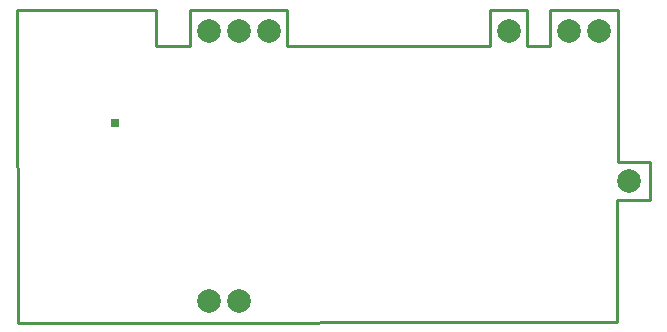
<source format=gbs>
G75*
G70*
%OFA0B0*%
%FSLAX24Y24*%
%IPPOS*%
%LPD*%
%AMOC8*
5,1,8,0,0,1.08239X$1,22.5*
%
%ADD10C,0.0100*%
%ADD11R,0.0276X0.0276*%
%ADD12C,0.0788*%
D10*
X000160Y000159D02*
X000155Y010589D01*
X004780Y010589D01*
X004780Y009389D01*
X005905Y009389D01*
X005905Y010589D01*
X009155Y010585D01*
X009155Y009389D01*
X015905Y009389D01*
X015905Y010589D01*
X017155Y010589D01*
X017155Y009389D01*
X017905Y009389D01*
X017905Y010589D01*
X020166Y010589D01*
X020166Y005517D01*
X021229Y005517D01*
X021229Y004257D01*
X020156Y004257D01*
X020156Y000164D01*
X000160Y000159D01*
D11*
X003410Y006810D03*
D12*
X006530Y009889D03*
X007530Y009889D03*
X008530Y009889D03*
X016530Y009889D03*
X018530Y009889D03*
X019530Y009889D03*
X020530Y004889D03*
X007530Y000889D03*
X006530Y000889D03*
M02*

</source>
